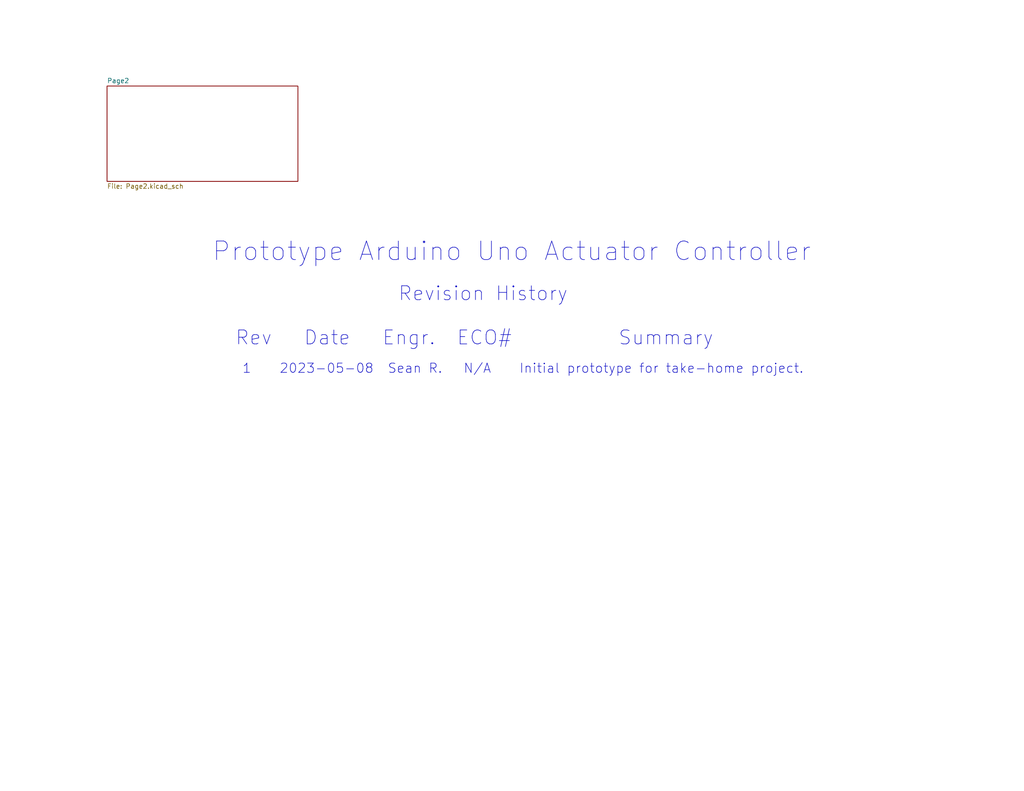
<source format=kicad_sch>
(kicad_sch (version 20211123) (generator eeschema)

  (uuid 0d66bee2-895a-43c9-b0a8-f8c61a5e9235)

  (paper "A")

  (title_block
    (title "Arduino Uno Actuator Controller")
    (date "2023-05-08")
    (rev "1")
    (company "Fluxus")
    (comment 1 "Sean Rhinehart")
  )

  (lib_symbols
  )


  (text "1    2023-05-08  Sean R.   N/A    Initial prototype for take-home project."
    (at 66.04 102.235 0)
    (effects (font (size 2.54 2.54)) (justify left bottom))
    (uuid 405e7fee-1ed2-4e9a-9e9c-273c4e0f12a5)
  )
  (text "Revision History" (at 108.585 82.55 0)
    (effects (font (size 3.81 3.81)) (justify left bottom))
    (uuid 5553bc7f-4d46-4755-9b85-5653882b905b)
  )
  (text "Prototype Arduino Uno Actuator Controller" (at 57.785 71.755 0)
    (effects (font (size 5.08 5.08)) (justify left bottom))
    (uuid 7a838c2d-e1cf-4774-8a2b-5c2ec1d16bf4)
  )
  (text "Rev   Date   Engr.  ECO#          Summary" (at 64.135 94.615 0)
    (effects (font (size 3.81 3.81)) (justify left bottom))
    (uuid d911cb99-7bb1-4780-9811-1186177fc941)
  )

  (sheet (at 29.21 23.495) (size 52.07 26.035) (fields_autoplaced)
    (stroke (width 0.1524) (type solid) (color 0 0 0 0))
    (fill (color 0 0 0 0.0000))
    (uuid f92d3dfd-e711-4e17-91bb-776d676b65a8)
    (property "Sheet name" "Page2" (id 0) (at 29.21 22.7834 0)
      (effects (font (size 1.27 1.27)) (justify left bottom))
    )
    (property "Sheet file" "Page2.kicad_sch" (id 1) (at 29.21 50.1146 0)
      (effects (font (size 1.27 1.27)) (justify left top))
    )
  )

  (sheet_instances
    (path "/" (page "1"))
    (path "/f92d3dfd-e711-4e17-91bb-776d676b65a8" (page "2"))
  )

  (symbol_instances
    (path "/f92d3dfd-e711-4e17-91bb-776d676b65a8/0072f6ef-a0db-4c34-a5db-1f077c37f38f"
      (reference "#PWR?") (unit 1) (value "GND") (footprint "")
    )
    (path "/f92d3dfd-e711-4e17-91bb-776d676b65a8/181f90eb-53ed-485c-8452-470b78fbae6f"
      (reference "#PWR?") (unit 1) (value "+12V") (footprint "")
    )
    (path "/f92d3dfd-e711-4e17-91bb-776d676b65a8/2b6a69dc-4e9e-4051-9b3e-6c55e433a4aa"
      (reference "#PWR?") (unit 1) (value "+12V") (footprint "")
    )
    (path "/f92d3dfd-e711-4e17-91bb-776d676b65a8/8ad751d3-4d1b-4627-8da9-e39d2b9a7d68"
      (reference "#PWR?") (unit 1) (value "GND") (footprint "")
    )
    (path "/f92d3dfd-e711-4e17-91bb-776d676b65a8/8e521e98-a6bf-419d-8d11-709a8c71fc5b"
      (reference "#PWR?") (unit 1) (value "+5V") (footprint "")
    )
    (path "/f92d3dfd-e711-4e17-91bb-776d676b65a8/8e680fb5-e777-4ba8-b8ed-b4d517fbdef6"
      (reference "#PWR?") (unit 1) (value "GND") (footprint "")
    )
    (path "/f92d3dfd-e711-4e17-91bb-776d676b65a8/92f70369-19e1-4321-8956-a9c4dbd5c491"
      (reference "#PWR?") (unit 1) (value "GND") (footprint "")
    )
    (path "/f92d3dfd-e711-4e17-91bb-776d676b65a8/ab65e303-88dc-4379-9c83-af6332c0cc30"
      (reference "#PWR?") (unit 1) (value "GND") (footprint "")
    )
    (path "/f92d3dfd-e711-4e17-91bb-776d676b65a8/b5ac01d2-9a28-4e78-9969-d2fded6a2cd2"
      (reference "#PWR?") (unit 1) (value "+5V") (footprint "")
    )
    (path "/f92d3dfd-e711-4e17-91bb-776d676b65a8/c416af18-3563-464b-adb7-7cad6f00c8b4"
      (reference "#PWR?") (unit 1) (value "GND") (footprint "")
    )
    (path "/f92d3dfd-e711-4e17-91bb-776d676b65a8/e6e1a1e4-43e5-4d32-ba1d-cda92ddbafcb"
      (reference "#PWR?") (unit 1) (value "GND") (footprint "")
    )
    (path "/f92d3dfd-e711-4e17-91bb-776d676b65a8/fd4a58be-19a1-4990-be0f-0de098d92d17"
      (reference "C1") (unit 1) (value ".1uF") (footprint "")
    )
    (path "/f92d3dfd-e711-4e17-91bb-776d676b65a8/8f9e9e6d-e616-4280-a5fa-d4b20b2a030f"
      (reference "C2") (unit 1) (value ".1uF") (footprint "")
    )
    (path "/f92d3dfd-e711-4e17-91bb-776d676b65a8/257b2e4e-055b-468a-91be-528fbbb778cc"
      (reference "J1") (unit 1) (value "Conn_01x02") (footprint "")
    )
    (path "/f92d3dfd-e711-4e17-91bb-776d676b65a8/68fbcc3c-b428-4545-967e-9beb5c5518ee"
      (reference "J2") (unit 1) (value "Conn_01x03") (footprint "")
    )
    (path "/f92d3dfd-e711-4e17-91bb-776d676b65a8/85514dde-9069-4955-93df-ed15b157fb96"
      (reference "J3") (unit 1) (value "Conn_01x03") (footprint "")
    )
    (path "/f92d3dfd-e711-4e17-91bb-776d676b65a8/7a577c0e-a816-49eb-a61a-9b239714335d"
      (reference "J4") (unit 1) (value "Conn_01x08") (footprint "")
    )
    (path "/f92d3dfd-e711-4e17-91bb-776d676b65a8/4b14e05e-230b-4390-88f2-d79de2419122"
      (reference "J5") (unit 1) (value "Conn_01x02") (footprint "")
    )
    (path "/f92d3dfd-e711-4e17-91bb-776d676b65a8/76f965a7-ee55-4f78-ae3a-5be9e3d9b736"
      (reference "JP1") (unit 1) (value "Jumper_2_Open") (footprint "")
    )
    (path "/f92d3dfd-e711-4e17-91bb-776d676b65a8/a542c656-6d5e-424c-bebe-bb9efea2fe59"
      (reference "R1") (unit 1) (value "1K") (footprint "")
    )
    (path "/f92d3dfd-e711-4e17-91bb-776d676b65a8/e7fc4b3e-00a8-4195-a90f-adf3a3bf8688"
      (reference "R2") (unit 1) (value "10K") (footprint "")
    )
    (path "/f92d3dfd-e711-4e17-91bb-776d676b65a8/5e868443-be55-469f-895f-5924fc2cd656"
      (reference "R3") (unit 1) (value "1K") (footprint "")
    )
    (path "/f92d3dfd-e711-4e17-91bb-776d676b65a8/d1dab4d1-1360-4abe-b5e7-90db725f8d79"
      (reference "R4") (unit 1) (value "10K") (footprint "")
    )
    (path "/f92d3dfd-e711-4e17-91bb-776d676b65a8/2c79faa0-367d-410b-929e-eee428c36d87"
      (reference "R5") (unit 1) (value "1K") (footprint "")
    )
    (path "/f92d3dfd-e711-4e17-91bb-776d676b65a8/4c8dbbf1-f3bc-4f0c-b4fb-945739c5605e"
      (reference "U1") (unit 1) (value "4093") (footprint "")
    )
    (path "/f92d3dfd-e711-4e17-91bb-776d676b65a8/c4d70af8-5adb-4c26-8c57-a1c12065f9eb"
      (reference "U1") (unit 2) (value "4093") (footprint "")
    )
    (path "/f92d3dfd-e711-4e17-91bb-776d676b65a8/8a90b1fa-7779-44bd-b306-42d5dcb90f52"
      (reference "U1") (unit 3) (value "4093") (footprint "")
    )
    (path "/f92d3dfd-e711-4e17-91bb-776d676b65a8/32d941ca-07e1-47e9-81e5-6cbd94c5e583"
      (reference "U1") (unit 4) (value "4093") (footprint "")
    )
    (path "/f92d3dfd-e711-4e17-91bb-776d676b65a8/4e51c7be-5689-4060-9944-a768ee0964e6"
      (reference "U2") (unit 1) (value "L293D") (footprint "Package_DIP:DIP-16_W7.62mm")
    )
  )
)

</source>
